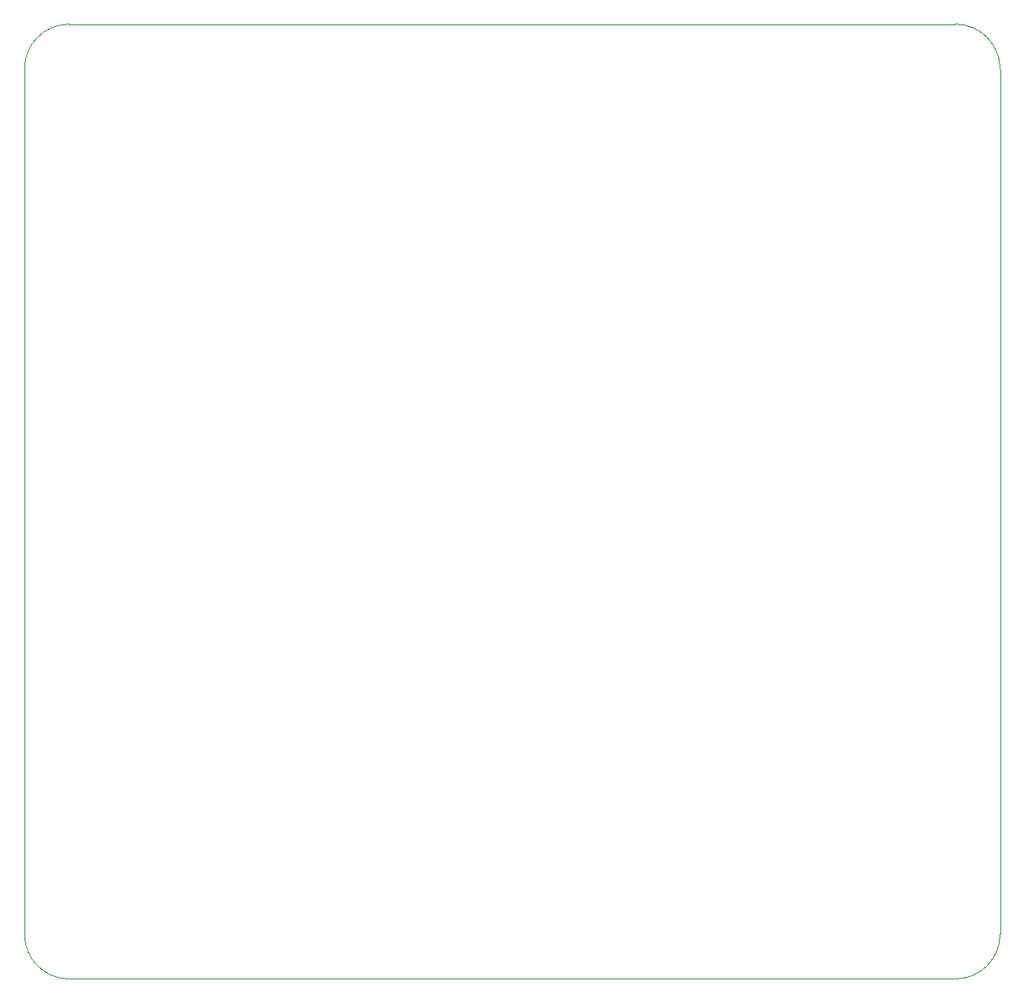
<source format=gbr>
%TF.GenerationSoftware,Altium Limited,Altium Designer,25.2.1 (25)*%
G04 Layer_Color=0*
%FSLAX43Y43*%
%MOMM*%
%TF.SameCoordinates,F5CB7E66-454E-439B-8716-0DC7987F3294*%
%TF.FilePolarity,Positive*%
%TF.FileFunction,Profile,NP*%
%TF.Part,Single*%
G01*
G75*
%TA.AperFunction,Profile*%
%ADD137C,0.025*%
D137*
X0Y4500D02*
Y91500D01*
D02*
G02*
X4500Y96000I4500J0D01*
G01*
X93500D01*
D02*
G02*
X98000Y91500I0J-4500D01*
G01*
X98000Y4500D01*
D02*
G02*
X93500Y0I-4500J-0D01*
G01*
X4500D01*
D02*
G02*
X0Y4500I0J4500D01*
G01*
%TF.MD5,f7e6d59e7a04307db27c01c1acbb261a*%
M02*

</source>
